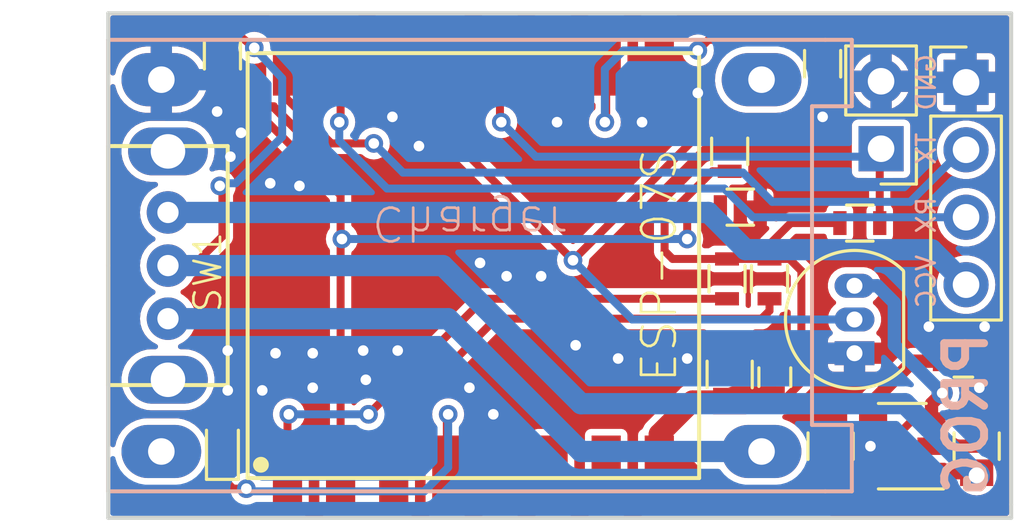
<source format=kicad_pcb>
(kicad_pcb (version 20221018) (generator pcbnew)
  (layers (0 "F.Cu" signal) (31 "B.Cu" signal) (34 "B.Paste" user) (35 "F.Paste" user) (36 "B.SilkS" user "B.Silkscreen") (37 "F.SilkS" user "F.Silkscreen") (38 "B.Mask" user) (39 "F.Mask" user) (44 "Edge.Cuts" user))
  (net 0 "")
  (net 1 "VCC")
  (net 2 "GND")
  (net 3 "Net-(C2-Pad1)")
  (net 4 "+3V3")
  (net 5 "Net-(D1-Pad2)")
  (net 6 "/RES")
  (net 7 "Net-(J2-Pad2)")
  (net 8 "Net-(J2-Pad3)")
  (net 9 "/VCC_PROG")
  (net 10 "Net-(R1-Pad2)")
  (net 11 "/Temp")
  (net 12 "/EN")
  (net 13 "Net-(R6-Pad2)")
  (net 14 "Net-(SW1-Pad3)")
  (net 15 "/PROG")
  (footprint "Capacitors_SMD:C_0805" (layer "F.Cu") (at 155.2 86.8 90)
    (fp_text reference "C1")
    (fp_text value "2.2uf" hide)
    (fp_line (start -0.5 0.85) (end 0.5 0.85) (stroke (width 0.12)) (layer "F.SilkS"))
    (fp_line (start 0.5 -0.85) (end -0.5 -0.85) (stroke (width 0.12)) (layer "F.SilkS"))
    (pad "1" smd rect (at -1 0 90) (size 1 1.25) (layers "F.Cu" "F.Paste" "F.Mask") (net 1 "VCC"))
    (pad "2" smd rect (at 1 0 90) (size 1 1.25) (layers "F.Cu" "F.Paste" "F.Mask") (net 2 "GND"))
  )
  (footprint "Capacitors_SMD:C_0603" (layer "F.Cu") (at 154.7 83.6)
    (fp_text reference "C2" hide)
    (fp_text value "470p" hide)
    (fp_line (start -0.35 -0.6) (end 0.35 -0.6) (stroke (width 0.12)) (layer "F.SilkS"))
    (fp_line (start 0.35 0.6) (end -0.35 0.6) (stroke (width 0.12)) (layer "F.SilkS"))
    (pad "1" smd rect (at -0.75 0) (size 0.8 0.75) (layers "F.Cu" "F.Paste" "F.Mask") (net 3 "Net-(C2-Pad1)"))
    (pad "2" smd rect (at 0.75 0) (size 0.8 0.75) (layers "F.Cu" "F.Paste" "F.Mask") (net 2 "GND"))
  )
  (footprint "Capacitors_SMD:C_0805" (layer "F.Cu") (at 149.7 86.8 90)
    (fp_text reference "C3")
    (fp_text value "2.2uf" hide)
    (fp_line (start -0.5 0.85) (end 0.5 0.85) (stroke (width 0.12)) (layer "F.SilkS"))
    (fp_line (start 0.5 -0.85) (end -0.5 -0.85) (stroke (width 0.12)) (layer "F.SilkS"))
    (pad "1" smd rect (at -1 0 90) (size 1 1.25) (layers "F.Cu" "F.Paste" "F.Mask") (net 4 "+3V3"))
    (pad "2" smd rect (at 1 0 90) (size 1 1.25) (layers "F.Cu" "F.Paste" "F.Mask") (net 2 "GND"))
  )
  (footprint "Capacitors_SMD:C_0603" (layer "F.Cu") (at 147.6 84.2 90)
    (fp_text reference "C4" hide)
    (fp_text value "100n" hide)
    (fp_line (start -0.35 -0.6) (end 0.35 -0.6) (stroke (width 0.12)) (layer "F.SilkS"))
    (fp_line (start 0.35 0.6) (end -0.35 0.6) (stroke (width 0.12)) (layer "F.SilkS"))
    (pad "1" smd rect (at -0.75 0 90) (size 0.8 0.75) (layers "F.Cu" "F.Paste" "F.Mask") (net 4 "+3V3"))
    (pad "2" smd rect (at 0.75 0 90) (size 0.8 0.75) (layers "F.Cu" "F.Paste" "F.Mask") (net 2 "GND"))
  )
  (footprint "Capacitors_SMD:C_0805" (layer "F.Cu") (at 145.9 84.1 90)
    (fp_text reference "C5")
    (fp_text value "10uf" hide)
    (fp_line (start -0.5 0.85) (end 0.5 0.85) (stroke (width 0.12)) (layer "F.SilkS"))
    (fp_line (start 0.5 -0.85) (end -0.5 -0.85) (stroke (width 0.12)) (layer "F.SilkS"))
    (pad "1" smd rect (at -1 0 90) (size 1 1.25) (layers "F.Cu" "F.Paste" "F.Mask") (net 4 "+3V3"))
    (pad "2" smd rect (at 1 0 90) (size 1 1.25) (layers "F.Cu" "F.Paste" "F.Mask") (net 2 "GND"))
  )
  (footprint "Diodes_SMD:D_SOD-523" (layer "F.Cu") (at 126.8 86.9 90)
    (fp_text reference "D1" hide)
    (fp_text value "Schottky" hide)
    (fp_line (start -1.15 -0.6) (end -1.15 0.6) (stroke (width 0.12)) (layer "F.SilkS"))
    (fp_line (start 0.7 -0.6) (end -1.15 -0.6) (stroke (width 0.12)) (layer "F.SilkS"))
    (fp_line (start 0.7 0.6) (end -1.15 0.6) (stroke (width 0.12)) (layer "F.SilkS"))
    (pad "1" smd rect (at -0.7 0 270) (size 0.6 0.7) (layers "F.Cu" "F.Paste" "F.Mask") (net 6 "/RES"))
    (pad "2" smd rect (at 0.7 0 270) (size 0.6 0.7) (layers "F.Cu" "F.Paste" "F.Mask") (net 5 "Net-(D1-Pad2)"))
  )
  (footprint "Pin_Headers:Pin_Header_Straight_1x02_Pitch2.54mm" (layer "F.Cu") (at 151.6 75.6 180)
    (fp_text reference "J1" hide)
    (fp_text value "PROG" (at -3.2 -10 270) (layer "B.SilkS") (effects (font (size 1.5 1.5) (thickness 0.3)) (justify mirror)))
    (fp_line (start -1.33 -1.33) (end 0 -1.33) (stroke (width 0.12)) (layer "F.SilkS"))
    (fp_line (start -1.33 0) (end -1.33 -1.33) (stroke (width 0.12)) (layer "F.SilkS"))
    (fp_line (start -1.33 1.27) (end -1.33 3.87) (stroke (width 0.12)) (layer "F.SilkS"))
    (fp_line (start -1.33 1.27) (end 1.33 1.27) (stroke (width 0.12)) (layer "F.SilkS"))
    (fp_line (start -1.33 3.87) (end 1.33 3.87) (stroke (width 0.12)) (layer "F.SilkS"))
    (fp_line (start 1.33 1.27) (end 1.33 3.87) (stroke (width 0.12)) (layer "F.SilkS"))
    (pad "1" thru_hole rect (at 0 0 180) (size 1.7 1.7) (drill 1) (layers "*.Cu" "*.Mask") (net 15 "/PROG"))
    (pad "2" thru_hole oval (at 0 2.54 180) (size 1.7 1.7) (drill 1) (layers "*.Cu" "*.Mask") (net 2 "GND"))
  )
  (footprint "Pin_Headers:Pin_Header_Straight_1x04_Pitch2.54mm" (layer "F.Cu") (at 154.8 73.1)
    (fp_text reference "J2" hide)
    (fp_text value "PROG_con" hide)
    (fp_line (start -1.33 -1.33) (end 0 -1.33) (stroke (width 0.12)) (layer "F.SilkS"))
    (fp_line (start -1.33 0) (end -1.33 -1.33) (stroke (width 0.12)) (layer "F.SilkS"))
    (fp_line (start -1.33 1.27) (end -1.33 8.95) (stroke (width 0.12)) (layer "F.SilkS"))
    (fp_line (start -1.33 1.27) (end 1.33 1.27) (stroke (width 0.12)) (layer "F.SilkS"))
    (fp_line (start -1.33 8.95) (end 1.33 8.95) (stroke (width 0.12)) (layer "F.SilkS"))
    (fp_line (start 1.33 1.27) (end 1.33 8.95) (stroke (width 0.12)) (layer "F.SilkS"))
    (pad "1" thru_hole rect (at 0 0) (size 1.7 1.7) (drill 1) (layers "*.Cu" "*.Mask") (net 2 "GND"))
    (pad "2" thru_hole oval (at 0 2.54) (size 1.7 1.7) (drill 1) (layers "*.Cu" "*.Mask") (net 7 "Net-(J2-Pad2)"))
    (pad "3" thru_hole oval (at 0 5.08) (size 1.7 1.7) (drill 1) (layers "*.Cu" "*.Mask") (net 8 "Net-(J2-Pad3)"))
    (pad "4" thru_hole oval (at 0 7.62) (size 1.7 1.7) (drill 1) (layers "*.Cu" "*.Mask") (net 9 "/VCC_PROG"))
  )
  (footprint "Resistors_SMD:R_0603" (layer "F.Cu") (at 126.8 72.1 -90)
    (fp_text reference "R1" hide)
    (fp_text value "47K" hide)
    (fp_line (start -0.5 -0.68) (end 0.5 -0.68) (stroke (width 0.12)) (layer "F.SilkS"))
    (fp_line (start 0.5 0.68) (end -0.5 0.68) (stroke (width 0.12)) (layer "F.SilkS"))
    (pad "1" smd rect (at -0.75 0 270) (size 0.5 0.9) (layers "F.Cu" "F.Paste" "F.Mask") (net 1 "VCC"))
    (pad "2" smd rect (at 0.75 0 270) (size 0.5 0.9) (layers "F.Cu" "F.Paste" "F.Mask") (net 10 "Net-(R1-Pad2)"))
  )
  (footprint "Resistors_SMD:R_0603" (layer "F.Cu") (at 145.9 75.7 90)
    (fp_text reference "R2" hide)
    (fp_text value "4.7k" hide)
    (fp_line (start -0.5 -0.68) (end 0.5 -0.68) (stroke (width 0.12)) (layer "F.SilkS"))
    (fp_line (start 0.5 0.68) (end -0.5 0.68) (stroke (width 0.12)) (layer "F.SilkS"))
    (pad "1" smd rect (at -0.75 0 90) (size 0.5 0.9) (layers "F.Cu" "F.Paste" "F.Mask") (net 4 "+3V3"))
    (pad "2" smd rect (at 0.75 0 90) (size 0.5 0.9) (layers "F.Cu" "F.Paste" "F.Mask") (net 11 "/Temp"))
  )
  (footprint "Resistors_SMD:R_0603" (layer "F.Cu") (at 146.3 77.8)
    (fp_text reference "R3" hide)
    (fp_text value "10K" hide)
    (fp_line (start -0.5 -0.68) (end 0.5 -0.68) (stroke (width 0.12)) (layer "F.SilkS"))
    (fp_line (start 0.5 0.68) (end -0.5 0.68) (stroke (width 0.12)) (layer "F.SilkS"))
    (pad "1" smd rect (at -0.75 0) (size 0.5 0.9) (layers "F.Cu" "F.Paste" "F.Mask") (net 10 "Net-(R1-Pad2)"))
    (pad "2" smd rect (at 0.75 0) (size 0.5 0.9) (layers "F.Cu" "F.Paste" "F.Mask") (net 2 "GND"))
  )
  (footprint "Resistors_SMD:R_0603" (layer "F.Cu") (at 147.4 80.5 90)
    (fp_text reference "R4" hide)
    (fp_text value "10K" hide)
    (fp_line (start -0.5 -0.68) (end 0.5 -0.68) (stroke (width 0.12)) (layer "F.SilkS"))
    (fp_line (start 0.5 0.68) (end -0.5 0.68) (stroke (width 0.12)) (layer "F.SilkS"))
    (pad "1" smd rect (at -0.75 0 90) (size 0.5 0.9) (layers "F.Cu" "F.Paste" "F.Mask") (net 12 "/EN"))
    (pad "2" smd rect (at 0.75 0 90) (size 0.5 0.9) (layers "F.Cu" "F.Paste" "F.Mask") (net 4 "+3V3"))
  )
  (footprint "Resistors_SMD:R_0603" (layer "F.Cu") (at 145.8 80.5 -90)
    (fp_text reference "R5" hide)
    (fp_text value "10K" hide)
    (fp_line (start -0.5 -0.68) (end 0.5 -0.68) (stroke (width 0.12)) (layer "F.SilkS"))
    (fp_line (start 0.5 0.68) (end -0.5 0.68) (stroke (width 0.12)) (layer "F.SilkS"))
    (pad "1" smd rect (at -0.75 0 270) (size 0.5 0.9) (layers "F.Cu" "F.Paste" "F.Mask") (net 4 "+3V3"))
    (pad "2" smd rect (at 0.75 0 270) (size 0.5 0.9) (layers "F.Cu" "F.Paste" "F.Mask") (net 5 "Net-(D1-Pad2)"))
  )
  (footprint "Resistors_SMD:R_0603" (layer "F.Cu") (at 149.4 72.4 90)
    (fp_text reference "R6" hide)
    (fp_text value "10K" hide)
    (fp_line (start -0.5 -0.68) (end 0.5 -0.68) (stroke (width 0.12)) (layer "F.SilkS"))
    (fp_line (start 0.5 0.68) (end -0.5 0.68) (stroke (width 0.12)) (layer "F.SilkS"))
    (pad "1" smd rect (at -0.75 0 90) (size 0.5 0.9) (layers "F.Cu" "F.Paste" "F.Mask") (net 2 "GND"))
    (pad "2" smd rect (at 0.75 0 90) (size 0.5 0.9) (layers "F.Cu" "F.Paste" "F.Mask") (net 13 "Net-(R6-Pad2)"))
  )
  (footprint "KiCadCustomLibs:SK12D07VG3" (layer "F.Cu") (at 124.75 80 -90)
    (fp_text reference "SW1" (at 0.25 -1.5 270) (layer "F.SilkS") (effects (font (thickness 0.1016))))
    (fp_text value "SW_SPDT" hide)
    (fp_line (start -4.5 -2.25) (end -4.5 2) (stroke (width 0.15)) (layer "F.SilkS"))
    (fp_line (start -4.5 2) (end -4.5 2.25) (stroke (width 0.15)) (layer "F.SilkS"))
    (fp_line (start -4.5 2.25) (end 0 2.25) (stroke (width 0.15)) (layer "F.SilkS"))
    (fp_line (start 0 2.25) (end 4.5 2.25) (stroke (width 0.15)) (layer "F.SilkS"))
    (fp_line (start 4.5 -2.25) (end -4.5 -2.25) (stroke (width 0.15)) (layer "F.SilkS"))
    (fp_line (start 4.5 2.25) (end 4.5 -2.25) (stroke (width 0.15)) (layer "F.SilkS"))
    (pad "" thru_hole oval (at -4.3 0 270) (size 1.8 3) (drill 1.3) (layers "*.Cu" "*.Mask"))
    (pad "" thru_hole oval (at 4.3 0 270) (size 1.8 3) (drill 1.3) (layers "*.Cu" "*.Mask"))
    (pad "1" thru_hole circle (at -2 0 270) (size 1.6 1.6) (drill 0.8) (layers "*.Cu" "*.Mask") (net 9 "/VCC_PROG"))
    (pad "2" thru_hole circle (at 0 0 270) (size 1.6 1.6) (drill 0.8) (layers "*.Cu" "*.Mask") (net 1 "VCC"))
    (pad "3" thru_hole circle (at 2 0 270) (size 1.6 1.6) (drill 0.8) (layers "*.Cu" "*.Mask") (net 14 "Net-(SW1-Pad3)"))
  )
  (footprint "TO_SOT_Packages_SMD:SOT-23-5" (layer "F.Cu") (at 152.4 86.8 180)
    (fp_text reference "U1" hide)
    (fp_text value "MIC5219-3.3" hide)
    (fp_line (start -0.9 1.61) (end 0.9 1.61) (stroke (width 0.12)) (layer "F.SilkS"))
    (fp_line (start 0.9 -1.61) (end -1.55 -1.61) (stroke (width 0.12)) (layer "F.SilkS"))
    (pad "1" smd rect (at -1.1 -0.95 180) (size 1.06 0.65) (layers "F.Cu" "F.Paste" "F.Mask") (net 1 "VCC"))
    (pad "2" smd rect (at -1.1 0 180) (size 1.06 0.65) (layers "F.Cu" "F.Paste" "F.Mask") (net 2 "GND"))
    (pad "3" smd rect (at -1.1 0.95 180) (size 1.06 0.65) (layers "F.Cu" "F.Paste" "F.Mask") (net 1 "VCC"))
    (pad "4" smd rect (at 1.1 0.95 180) (size 1.06 0.65) (layers "F.Cu" "F.Paste" "F.Mask") (net 3 "Net-(C2-Pad1)"))
    (pad "5" smd rect (at 1.1 -0.95 180) (size 1.06 0.65) (layers "F.Cu" "F.Paste" "F.Mask") (net 4 "+3V3"))
  )
  (footprint "TO_SOT_Packages_THT:TO-92_Inline_Narrow_Oval" (layer "F.Cu") (at 150.6 83.3 90)
    (fp_text reference "U4" hide)
    (fp_text value "DS18B20" hide)
    (fp_line (start -0.53 1.85) (end 3.07 1.85) (stroke (width 0.12)) (layer "F.SilkS"))
    (fp_arc (start -0.568478 1.838478) (mid -1.132087 -0.994977) (end 1.27 -2.6) (stroke (width 0.12)) (layer "F.SilkS"))
    (fp_arc (start 1.27 -2.6) (mid 3.672087 -0.994977) (end 3.108478 1.838478) (stroke (width 0.12)) (layer "F.SilkS"))
    (pad "1" thru_hole rect (at 0 0 270) (size 0.9 1.5) (drill 0.6) (layers "*.Cu" "*.Mask") (net 2 "GND"))
    (pad "2" thru_hole oval (at 1.27 0 270) (size 0.9 1.5) (drill 0.6) (layers "*.Cu" "*.Mask") (net 11 "/Temp"))
    (pad "3" thru_hole oval (at 2.54 0 270) (size 0.9 1.5) (drill 0.6) (layers "*.Cu" "*.Mask") (net 1 "VCC"))
  )
  (footprint "KiCadCustomLibs:ESP-07S" (layer "F.Cu") (at 136.25 80 90)
    (fp_text reference "U6" hide)
    (fp_text value "ESP-07S" (at 0 7 90) (layer "F.SilkS") (effects (font (size 1.27 1.27) (thickness 0.1016))))
    (fp_line (start -8 -8.5) (end 8 -8.5) (stroke (width 0.15)) (layer "F.SilkS"))
    (fp_line (start -8 8.5) (end -8 -8.5) (stroke (width 0.15)) (layer "F.SilkS"))
    (fp_line (start 8 -8.5) (end 8 8.5) (stroke (width 0.15)) (layer "F.SilkS"))
    (fp_line (start 8 8.5) (end -8 8.5) (stroke (width 0.15)) (layer "F.SilkS"))
    (fp_circle (center -7.6 -8) (end -7.5 -8) (stroke (width 0.15)) (fill none) (layer "F.SilkS"))
    (fp_circle (center -7.5 -8) (end -7.4 -8) (stroke (width 0.15)) (fill none) (layer "F.SilkS"))
    (fp_circle (center -7.5 -8) (end -7.3 -8.1) (stroke (width 0.15)) (fill none) (layer "F.SilkS"))
    (pad "1" smd rect (at -7.7 -7 90) (size 2.6 1.1) (layers "F.Cu" "F.Paste" "F.Mask") (net 5 "Net-(D1-Pad2)"))
    (pad "2" smd rect (at -7.7 -5 90) (size 2.6 1.1) (layers "F.Cu" "F.Paste" "F.Mask") (net 10 "Net-(R1-Pad2)"))
    (pad "3" smd rect (at -7.7 -3 90) (size 2.6 1.1) (layers "F.Cu" "F.Paste" "F.Mask") (net 12 "/EN"))
    (pad "4" smd rect (at -7.7 -1 90) (size 2.6 1.1) (layers "F.Cu" "F.Paste" "F.Mask") (net 6 "/RES"))
    (pad "5" smd rect (at -7.7 1 90) (size 2.6 1.1) (layers "F.Cu" "F.Paste" "F.Mask"))
    (pad "6" smd rect (at -7.7 3 90) (size 2.6 1.1) (layers "F.Cu" "F.Paste" "F.Mask"))
    (pad "7" smd rect (at -7.7 5 90) (size 2.6 1.1) (layers "F.Cu" "F.Paste" "F.Mask"))
    (pad "8" smd rect (at -7.7 7 90) (size 2.6 1.1) (layers "F.Cu" "F.Paste" "F.Mask") (net 4 "+3V3"))
    (pad "9" smd rect (at 7.7 7 90) (size 2.6 1.1) (layers "F.Cu" "F.Paste" "F.Mask") (net 2 "GND"))
    (pad "10" smd rect (at 7.7 5 90) (size 2.6 1.1) (layers "F.Cu" "F.Paste" "F.Mask") (net 13 "Net-(R6-Pad2)"))
    (pad "11" smd rect (at 7.7 3 90) (size 2.6 1.1) (layers "F.Cu" "F.Paste" "F.Mask"))
    (pad "12" smd rect (at 7.7 1 90) (size 2.6 1.1) (layers "F.Cu" "F.Paste" "F.Mask") (net 15 "/PROG"))
    (pad "13" smd rect (at 7.7 -1 90) (size 2.6 1.1) (layers "F.Cu" "F.Paste" "F.Mask"))
    (pad "14" smd rect (at 7.7 -3 90) (size 2.6 1.1) (layers "F.Cu" "F.Paste" "F.Mask") (net 11 "/Temp"))
    (pad "15" smd rect (at 7.7 -5 90) (size 2.6 1.1) (layers "F.Cu" "F.Paste" "F.Mask") (net 8 "Net-(J2-Pad3)"))
    (pad "16" smd rect (at 7.7 -7 90) (size 2.6 1.1) (layers "F.Cu" "F.Paste" "F.Mask") (net 7 "Net-(J2-Pad2)"))
  )
  (footprint "Resistors_SMD:R_0603" (layer "F.Cu") (at 150.8 78.4 180)
    (fp_text reference "R7" hide)
    (fp_text value "10K" hide)
    (fp_line (start -0.5 -0.68) (end 0.5 -0.68) (stroke (width 0.12)) (layer "F.SilkS"))
    (fp_line (start 0.5 0.68) (end -0.5 0.68) (stroke (width 0.12)) (layer "F.SilkS"))
    (pad "1" smd rect (at -0.75 0 180) (size 0.5 0.9) (layers "F.Cu" "F.Paste" "F.Mask") (net 15 "/PROG"))
    (pad "2" smd rect (at 0.75 0 180) (size 0.5 0.9) (layers "F.Cu" "F.Paste" "F.Mask") (net 4 "+3V3"))
  )
  (footprint "KiCadCustomLibs:TP4056-shield-6PIN" (layer "B.Cu") (at 136 80)
    (fp_text reference "U3" hide)
    (fp_text value "TP4056-shield-6PIN" hide)
    (fp_line (start -13.5 -8.5) (end -13.5 8.5) (stroke (width 0.15)) (layer "B.SilkS"))
    (fp_line (start -13.5 8.5) (end 13.5 8.5) (stroke (width 0.15)) (layer "B.SilkS"))
    (fp_line (start 13 -6) (end 14.5 -6) (stroke (width 0.15)) (layer "B.SilkS"))
    (fp_line (start 13 6) (end 13 -6) (stroke (width 0.15)) (layer "B.SilkS"))
    (fp_line (start 13 6) (end 14.5 6) (stroke (width 0.15)) (layer "B.SilkS"))
    (fp_line (start 13.5 -8.5) (end -13.5 -8.5) (stroke (width 0.15)) (layer "B.SilkS"))
    (fp_line (start 14.5 -8.5) (end 13.5 -8.5) (stroke (width 0.15)) (layer "B.SilkS"))
    (fp_line (start 14.5 -6) (end 14.5 -8.5) (stroke (width 0.15)) (layer "B.SilkS"))
    (fp_line (start 14.5 6) (end 14.5 8.5) (stroke (width 0.15)) (layer "B.SilkS"))
    (fp_line (start 14.5 8.5) (end 13.5 8.5) (stroke (width 0.15)) (layer "B.SilkS"))
    (pad "1" thru_hole oval (at -11.5 7) (size 3 2) (drill 1) (layers "*.Cu" "*.Mask"))
    (pad "2" thru_hole oval (at -11.5 -7) (size 3 2) (drill 1) (layers "*.Cu" "*.Mask") (net 2 "GND"))
    (pad "3" thru_hole oval (at 11.1 7) (size 3 2) (drill 1) (layers "*.Cu" "*.Mask") (net 14 "Net-(SW1-Pad3)"))
    (pad "4" thru_hole oval (at 11.1 -7) (size 3 2) (drill 1) (layers "*.Cu" "*.Mask"))
  )
  (gr_line (start 156.5 89) (end 156.5 89.5) (stroke (width 0.15)) (layer "Edge.Cuts"))
  (gr_line (start 156.5 89.5) (end 122.5 89.5) (stroke (width 0.15)) (layer "Edge.Cuts"))
  (gr_line (start 122.5 89.5) (end 122.5 70.5) (stroke (width 0.15)) (layer "Edge.Cuts"))
  (gr_line (start 122.5 70.5) (end 156.5 70.5) (stroke (width 0.15)) (layer "Edge.Cuts"))
  (gr_line (start 156.5 70.5) (end 156.5 89) (stroke (width 0.15)) (layer "Edge.Cuts"))
  (gr_text "VCC" (at 153.3 80.6 90) (layer "B.SilkS") (effects (font (size 0.7 0.7) (thickness 0.1)) (justify mirror)))
  (gr_text "GND" (at 153.3 73.1 90) (layer "B.SilkS") (effects (font (size 0.7 0.7) (thickness 0.1)) (justify mirror)))
  (gr_text "TX" (at 153.3 75.6 90) (layer "B.SilkS") (effects (font (size 0.7 0.7) (thickness 0.1)) (justify mirror)))
  (gr_text "RX" (at 153.3 78.1 90) (layer "B.SilkS") (effects (font (size 0.7 0.7) (thickness 0.1)) (justify mirror)))
  (gr_text "Charger" (at 136.1 78.4 180) (layer "B.SilkS") (effects (font (size 1.27 1.27) (thickness 0.1016)) (justify mirror)))
  (segment (start 155.2 87.9) (end 155.05 87.75) (width 0.6) (layer "F.Cu") (net 1))
  (segment (start 155.05 87.75) (end 153.5 87.75) (width 0.6) (layer "F.Cu") (net 1))
  (segment (start 152.65 87.75) (end 152.4 87.5) (width 0.3) (layer "F.Cu") (net 1))
  (segment (start 152.4 87.5) (end 152.4 86.2) (width 0.3) (layer "F.Cu") (net 1))
  (segment (start 152.4 86.2) (end 152.75 85.85) (width 0.3) (layer "F.Cu") (net 1))
  (segment (start 152.75 85.85) (end 153.5 85.85) (width 0.3) (layer "F.Cu") (net 1))
  (segment (start 153.5 85.2) (end 153.9 84.8) (width 0.5) (layer "F.Cu") (net 1))
  (segment (start 125.7 80) (end 126.8 78.9) (width 0.3) (layer "F.Cu") (net 1))
  (segment (start 126.8 78.9) (end 126.8 77.1) (width 0.3) (layer "F.Cu") (net 1))
  (segment (start 126.8 77.1) (end 126.7 77) (width 0.3) (layer "F.Cu") (net 1))
  (segment (start 128 71.8) (end 127.45 71.35) (width 0.3) (layer "F.Cu") (net 1))
  (segment (start 127.45 71.35) (end 126.8 71.35) (width 0.3) (layer "F.Cu") (net 1))
  (segment (start 153.5 87.75) (end 152.65 87.75) (width 0.3) (layer "F.Cu") (net 1))
  (segment (start 153.5 85.85) (end 153.5 85.2) (width 0.5) (layer "F.Cu") (net 1))
  (segment (start 124.75 80) (end 125.7 80) (width 0.3) (layer "F.Cu") (net 1))
  (via (at 126.7 77) (size 0.7) (drill 0.4) (layers "F.Cu" "B.Cu") (net 1))
  (via (at 128 71.8) (size 0.7) (drill 0.4) (layers "F.Cu" "B.Cu") (net 1))
  (via (at 155.2 87.9) (size 1) (drill 0.6) (layers "F.Cu" "B.Cu") (net 1))
  (via (at 153.9 84.8) (size 0.8) (drill 0.4) (layers "F.Cu" "B.Cu") (net 1))
  (segment (start 135.1 80) (end 140.3 85.2) (width 0.8) (layer "B.Cu") (net 1))
  (segment (start 140.3 85.2) (end 152.5 85.2) (width 0.8) (layer "B.Cu") (net 1))
  (segment (start 152.5 85.2) (end 155.2 87.9) (width 0.8) (layer "B.Cu") (net 1))
  (segment (start 153.9 84.8) (end 152.1 83) (width 0.5) (layer "B.Cu") (net 1))
  (segment (start 152.1 83) (end 152.1 81.4) (width 0.5) (layer "B.Cu") (net 1))
  (segment (start 152.1 81.4) (end 151.46 80.76) (width 0.5) (layer "B.Cu") (net 1))
  (segment (start 151.46 80.76) (end 150.6 80.76) (width 0.5) (layer "B.Cu") (net 1))
  (segment (start 126.7 77) (end 126.8 76.9) (width 0.3) (layer "B.Cu") (net 1))
  (segment (start 126.8 76.9) (end 127.3 76.9) (width 0.3) (layer "B.Cu") (net 1))
  (segment (start 127.3 76.9) (end 129.05 75.15) (width 0.3) (layer "B.Cu") (net 1))
  (segment (start 129.05 72.95) (end 128 71.8) (width 0.3) (layer "B.Cu") (net 1))
  (segment (start 124.75 80) (end 135.1 80) (width 0.8) (layer "B.Cu") (net 1))
  (segment (start 129.05 75.15) (end 129.05 72.95) (width 0.3) (layer "B.Cu") (net 1))
  (segment (start 144.7 83.1) (end 144.3 83.5) (width 0.3) (layer "F.Cu") (net 2))
  (segment (start 141.7 83.5) (end 141.2 83) (width 0.3) (layer "F.Cu") (net 2))
  (segment (start 141.2 83) (end 140.1 83) (width 0.3) (layer "F.Cu") (net 2))
  (segment (start 138.8 80.4) (end 137.5 80.4) (width 0.3) (layer "F.Cu") (net 2))
  (segment (start 143.25 73.95) (end 143.5 74.2) (width 0.3) (layer "F.Cu") (net 2))
  (segment (start 143.5 74.2) (end 144 74.2) (width 0.3) (layer "F.Cu") (net 2))
  (segment (start 144 74.2) (end 144.7 73.5) (width 0.3) (layer "F.Cu") (net 2))
  (segment (start 142.6 74.6) (end 141.4 75.8) (width 0.3) (layer "F.Cu") (net 2))
  (segment (start 141.4 75.8) (end 140.6 75.8) (width 0.3) (layer "F.Cu") (net 2))
  (segment (start 140.6 75.8) (end 139.4 74.6) (width 0.3) (layer "F.Cu") (net 2))
  (segment (start 133.2 74.4) (end 134.2 75.4) (width 0.3) (layer "F.Cu") (net 2))
  (segment (start 134.2 75.4) (end 134.2 75.5) (width 0.3) (layer "F.Cu") (net 2))
  (segment (start 126.6 74.2) (end 127.4 75) (width 0.3) (layer "F.Cu") (net 2))
  (segment (start 127.4 75) (end 127.5 75) (width 0.3) (layer "F.Cu") (net 2))
  (segment (start 127.1 75.9) (end 128.1 76.9) (width 0.3) (layer "F.Cu") (net 2))
  (segment (start 128.1 76.9) (end 128.6 76.9) (width 0.3) (layer "F.Cu") (net 2))
  (segment (start 129.7 82.8) (end 130.2 83.3) (width 0.3) (layer "F.Cu") (net 2))
  (segment (start 128.8 83.3) (end 128.7 83.2) (width 0.3) (layer "F.Cu") (net 2))
  (segment (start 128.7 83.2) (end 127 83.2) (width 0.3) (layer "F.Cu") (net 2))
  (segment (start 127 84.7) (end 128.3 84.7) (width 0.3) (layer "F.Cu") (net 2))
  (segment (start 136.5 79.9) (end 133.4 83) (width 0.3) (layer "F.Cu") (net 2))
  (segment (start 133.4 83) (end 133.4 83.2) (width 0.3) (layer "F.Cu") (net 2))
  (segment (start 132.1 83.2) (end 132.2 83.3) (width 0.3) (layer "F.Cu") (net 2))
  (segment (start 132.2 83.3) (end 132.2 84.3) (width 0.3) (layer "F.Cu") (net 2))
  (segment (start 136.1 84.6) (end 137 85.5) (width 0.3) (layer "F.Cu") (net 2))
  (segment (start 137 85.5) (end 137 85.6) (width 0.3) (layer "F.Cu") (net 2))
  (segment (start 155.45 84.45) (end 155.3 84.6) (width 0.3) (layer "F.Cu") (net 2))
  (segment (start 151.7 83.3) (end 152.7 82.3) (width 0.3) (layer "F.Cu") (net 2))
  (segment (start 152.7 82.3) (end 153.4 82.3) (width 0.3) (layer "F.Cu") (net 2))
  (segment (start 149.7 86.7) (end 150 86.7) (width 0.3) (layer "F.Cu") (net 2))
  (segment (start 150 86.7) (end 150.1 86.8) (width 0.3) (layer "F.Cu") (net 2))
  (segment (start 150.1 86.8) (end 151.2 86.8) (width 0.3) (layer "F.Cu") (net 2))
  (segment (start 145.9 83.1) (end 144.7 83.1) (width 0.3) (layer "F.Cu") (net 2))
  (segment (start 155.45 83.6) (end 155.45 84.45) (width 0.3) (layer "F.Cu") (net 2))
  (segment (start 150.6 83.3) (end 151.7 83.3) (width 0.3) (layer "F.Cu") (net 2))
  (segment (start 149.4 73.15) (end 149.4 74.4) (width 0.3) (layer "F.Cu") (net 2))
  (segment (start 149.7 85.8) (end 149.7 86.7) (width 0.3) (layer "F.Cu") (net 2))
  (segment (start 143.25 72.3) (end 143.25 73.95) (width 0.3) (layer "F.Cu") (net 2))
  (segment (start 129.7 77) (end 129.7 82.8) (width 0.3) (layer "F.Cu") (net 2))
  (via (at 128.6 76.9) (size 0.7) (drill 0.4) (layers "F.Cu" "B.Cu") (net 2))
  (via (at 155.5 82.3) (size 0.7) (drill 0.4) (layers "F.Cu" "B.Cu") (net 2))
  (via (at 153.4 82.3) (size 0.7) (drill 0.4) (layers "F.Cu" "B.Cu") (net 2))
  (via (at 133.4 83.2) (size 0.7) (drill 0.4) (layers "F.Cu" "B.Cu") (net 2))
  (via (at 132.1 83.2) (size 0.7) (drill 0.4) (layers "F.Cu" "B.Cu") (net 2))
  (via (at 141.7 83.5) (size 0.7) (drill 0.4) (layers "F.Cu" "B.Cu") (net 2))
  (via (at 127 84.7) (size 0.7) (drill 0.4) (layers "F.Cu" "B.Cu") (net 2))
  (via (at 134.2 75.5) (size 0.7) (drill 0.4) (layers "F.Cu" "B.Cu") (net 2))
  (via (at 128.8 83.3) (size 0.7) (drill 0.4) (layers "F.Cu" "B.Cu") (net 2))
  (via (at 137 85.6) (size 0.7) (drill 0.4) (layers "F.Cu" "B.Cu") (net 2))
  (via (at 137.5 80.4) (size 0.7) (drill 0.4) (layers "F.Cu" "B.Cu") (net 2))
  (via (at 127 83.2) (size 0.7) (drill 0.4) (layers "F.Cu" "B.Cu") (net 2))
  (via (at 132.2 84.3) (size 0.7) (drill 0.4) (layers "F.Cu" "B.Cu") (net 2))
  (via (at 138.8 80.4) (size 0.7) (drill 0.4) (layers "F.Cu" "B.Cu") (net 2))
  (via (at 151.2 86.8) (size 0.7) (drill 0.4) (layers "F.Cu" "B.Cu") (net 2))
  (via (at 144.7 73.5) (size 0.7) (drill 0.4) (layers "F.Cu" "B.Cu") (net 2))
  (via (at 127.1 75.9) (size 0.7) (drill 0.4) (layers "F.Cu" "B.Cu") (net 2))
  (via (at 130.2 84.6) (size 0.7) (drill 0.4) (layers "F.Cu" "B.Cu") (net 2))
  (via (at 139.4 74.6) (size 0.7) (drill 0.4) (layers "F.Cu" "B.Cu") (net 2))
  (via (at 133.2 74.4) (size 0.7) (drill 0.4) (layers "F.Cu" "B.Cu") (net 2))
  (via (at 126.6 74.2) (size 0.7) (drill 0.4) (layers "F.Cu" "B.Cu") (net 2))
  (via (at 142.6 74.6) (size 0.7) (drill 0.4) (layers "F.Cu" "B.Cu") (net 2))
  (via (at 144.3 83.5) (size 0.7) (drill 0.4) (layers "F.Cu" "B.Cu") (net 2))
  (via (at 127.5 75) (size 0.7) (drill 0.4) (layers "F.Cu" "B.Cu") (net 2))
  (via (at 128.3 84.7) (size 0.7) (drill 0.4) (layers "F.Cu" "B.Cu") (net 2))
  (via (at 129.7 77) (size 0.7) (drill 0.4) (layers "F.Cu" "B.Cu") (net 2))
  (via (at 136.1 84.6) (size 0.7) (drill 0.4) (layers "F.Cu" "B.Cu") (net 2))
  (via (at 130.2 83.3) (size 0.7) (drill 0.4) (layers "F.Cu" "B.Cu") (net 2))
  (via (at 140.1 83) (size 0.7) (drill 0.4) (layers "F.Cu" "B.Cu") (net 2))
  (via (at 149.4 74.4) (size 0.7) (drill 0.4) (layers "F.Cu" "B.Cu") (net 2))
  (via (at 136.5 79.9) (size 0.7) (drill 0.4) (layers "F.Cu" "B.Cu") (net 2))
  (via (at 155.3 84.6) (size 0.7) (drill 0.4) (layers "F.Cu" "B.Cu") (net 2))
  (segment (start 144.3 83.5) (end 141.7 83.5) (width 0.3) (layer "B.Cu") (net 2))
  (segment (start 140.1 81.7) (end 138.8 80.4) (width 0.3) (layer "B.Cu") (net 2))
  (segment (start 144.7 73.5) (end 143.6 74.6) (width 0.3) (layer "B.Cu") (net 2))
  (segment (start 143.6 74.6) (end 142.6 74.6) (width 0.3) (layer "B.Cu") (net 2))
  (segment (start 139.4 74.5) (end 138 73.1) (width 0.3) (layer "B.Cu") (net 2))
  (segment (start 138 73.1) (end 134.5 73.1) (width 0.3) (layer "B.Cu") (net 2))
  (segment (start 134.5 73.1) (end 133.2 74.4) (width 0.3) (layer "B.Cu") (net 2))
  (segment (start 124.5 74.2) (end 124.7 74.4) (width 0.3) (layer "B.Cu") (net 2))
  (segment (start 124.7 74.4) (end 126.4 74.4) (width 0.3) (layer "B.Cu") (net 2))
  (segment (start 126.4 74.4) (end 126.6 74.2) (width 0.3) (layer "B.Cu") (net 2))
  (segment (start 127.5 75) (end 127.1 75.4) (width 0.3) (layer "B.Cu") (net 2))
  (segment (start 127.1 75.4) (end 127.1 75.9) (width 0.3) (layer "B.Cu") (net 2))
  (segment (start 128.6 76.9) (end 128.7 77) (width 0.3) (layer "B.Cu") (net 2))
  (segment (start 128.7 77) (end 129.7 77) (width 0.3) (layer "B.Cu") (net 2))
  (segment (start 130.2 83.3) (end 128.8 83.3) (width 0.3) (layer "B.Cu") (net 2))
  (segment (start 127 83.2) (end 127 84.7) (width 0.3) (layer "B.Cu") (net 2))
  (segment (start 128.3 84.7) (end 128.4 84.6) (width 0.3) (layer "B.Cu") (net 2))
  (segment (start 128.4 84.6) (end 130.2 84.6) (width 0.3) (layer "B.Cu") (net 2))
  (segment (start 137 80.4) (end 136.5 79.9) (width 0.3) (layer "B.Cu") (net 2))
  (segment (start 133.4 83.2) (end 132.1 83.2) (width 0.3) (layer "B.Cu") (net 2))
  (segment (start 135.8 84.3) (end 136.1 84.6) (width 0.3) (layer "B.Cu") (net 2))
  (segment (start 153.4 82.3) (end 155.5 82.3) (width 0.3) (layer "B.Cu") (net 2))
  (segment (start 139.4 74.6) (end 139.4 74.5) (width 0.3) (layer "B.Cu") (net 2))
  (segment (start 132.2 84.3) (end 135.8 84.3) (width 0.3) (layer "B.Cu") (net 2))
  (segment (start 137.5 80.4) (end 137 80.4) (width 0.3) (layer "B.Cu") (net 2))
  (segment (start 124.5 73) (end 124.5 74.2) (width 0.3) (layer "B.Cu") (net 2))
  (segment (start 140.1 83) (end 140.1 81.7) (width 0.3) (layer "B.Cu") (net 2))
  (segment (start 151.3 85.1) (end 152.8 83.6) (width 0.5) (layer "F.Cu") (net 3))
  (segment (start 152.8 83.6) (end 153.95 83.6) (width 0.5) (layer "F.Cu") (net 3))
  (segment (start 151.3 85.85) (end 151.3 85.1) (width 0.5) (layer "F.Cu") (net 3))
  (segment (start 149.75 87.75) (end 149.7 87.8) (width 0.6) (layer "F.Cu") (net 4))
  (segment (start 143.25 86.35) (end 144.5 85.1) (width 0.8) (layer "F.Cu") (net 4))
  (segment (start 144.5 85.1) (end 145.9 85.1) (width 0.8) (layer "F.Cu") (net 4))
  (segment (start 146.05 84.95) (end 145.9 85.1) (width 0.6) (layer "F.Cu") (net 4))
  (segment (start 148.15 79.75) (end 148.6 80.2) (width 0.3) (layer "F.Cu") (net 4))
  (segment (start 148.6 80.2) (end 148.6 84.4) (width 0.3) (layer "F.Cu") (net 4))
  (segment (start 148.6 84.4) (end 148.05 84.95) (width 0.3) (layer "F.Cu") (net 4))
  (segment (start 148.05 84.95) (end 147.6 84.95) (width 0.3) (layer "F.Cu") (net 4))
  (segment (start 143.75 79.75) (end 143.45 79.45) (width 0.3) (layer "F.Cu") (net 4))
  (segment (start 143.45 79.45) (end 143.45 78.25) (width 0.3) (layer "F.Cu") (net 4))
  (segment (start 143.45 78.25) (end 145.25 76.45) (width 0.3) (layer "F.Cu") (net 4))
  (segment (start 145.25 76.45) (end 145.9 76.45) (width 0.3) (layer "F.Cu") (net 4))
  (segment (start 148.2 78.4) (end 147.4 79.2) (width 0.3) (layer "F.Cu") (net 4))
  (segment (start 147.4 79.2) (end 147.4 79.75) (width 0.3) (layer "F.Cu") (net 4))
  (segment (start 149.7 88.3) (end 149.3 88.7) (width 0.8) (layer "F.Cu") (net 4))
  (segment (start 149.3 88.7) (end 145.3 88.7) (width 0.8) (layer "F.Cu") (net 4))
  (segment (start 145.3 88.7) (end 144.3 87.7) (width 0.8) (layer "F.Cu") (net 4))
  (segment (start 144.3 87.7) (end 143.25 87.7) (width 0.8) (layer "F.Cu") (net 4))
  (segment (start 143.25 87.7) (end 143.25 86.35) (width 0.8) (layer "F.Cu") (net 4))
  (segment (start 145.8 79.75) (end 147.4 79.75) (width 0.3) (layer "F.Cu") (net 4))
  (segment (start 151.3 87.75) (end 149.75 87.75) (width 0.6) (layer "F.Cu") (net 4))
  (segment (start 147.6 84.95) (end 146.05 84.95) (width 0.8) (layer "F.Cu") (net 4))
  (segment (start 149.7 87.8) (end 149.7 88.3) (width 0.8) (layer "F.Cu") (net 4))
  (segment (start 147.4 79.75) (end 148.15 79.75) (width 0.3) (layer "F.Cu") (net 4))
  (segment (start 150.05 78.4) (end 148.2 78.4) (width 0.3) (layer "F.Cu") (net 4))
  (segment (start 145.8 79.75) (end 143.75 79.75) (width 0.3) (layer "F.Cu") (net 4))
  (segment (start 127.1 86.2) (end 128.6 87.7) (width 0.3) (layer "F.Cu") (net 5))
  (segment (start 128.6 87.7) (end 129.25 87.7) (width 0.3) (layer "F.Cu") (net 5))
  (segment (start 136.65 81.25) (end 132.3 85.6) (width 0.3) (layer "F.Cu") (net 5))
  (segment (start 129.3 85.6) (end 129.25 85.65) (width 0.3) (layer "F.Cu") (net 5))
  (segment (start 129.25 85.65) (end 129.25 87.7) (width 0.3) (layer "F.Cu") (net 5))
  (segment (start 145.8 81.25) (end 136.65 81.25) (width 0.3) (layer "F.Cu") (net 5))
  (segment (start 126.8 86.2) (end 127.1 86.2) (width 0.3) (layer "F.Cu") (net 5))
  (via (at 129.3 85.6) (size 0.7) (drill 0.4) (layers "F.Cu" "B.Cu") (net 5))
  (via (at 132.3 85.6) (size 0.7) (drill 0.4) (layers "F.Cu" "B.Cu") (net 5))
  (segment (start 132.3 85.6) (end 129.3 85.6) (width 0.3) (layer "B.Cu") (net 5))
  (segment (start 126.8 88) (end 127.2 88.4) (width 0.3) (layer "F.Cu") (net 6))
  (segment (start 127.2 88.4) (end 127.7 88.4) (width 0.3) (layer "F.Cu") (net 6))
  (segment (start 135.3 85.6) (end 135.25 85.65) (width 0.3) (layer "F.Cu") (net 6))
  (segment (start 135.25 85.65) (end 135.25 87.7) (width 0.3) (layer "F.Cu") (net 6))
  (segment (start 126.8 87.6) (end 126.8 88) (width 0.3) (layer "F.Cu") (net 6))
  (via (at 127.7 88.4) (size 0.7) (drill 0.4) (layers "F.Cu" "B.Cu") (net 6))
  (via (at 135.3 85.6) (size 0.7) (drill 0.4) (layers "F.Cu" "B.Cu") (net 6))
  (segment (start 127.7 88.4) (end 127.8 88.5) (width 0.3) (layer "B.Cu") (net 6))
  (segment (start 127.8 88.5) (end 134.4 88.5) (width 0.3) (layer "B.Cu") (net 6))
  (segment (start 134.4 88.5) (end 135.3 87.6) (width 0.3) (layer "B.Cu") (net 6))
  (segment (start 135.3 87.6) (end 135.3 85.6) (width 0.3) (layer "B.Cu") (net 6))
  (segment (start 132.5 75.4) (end 130.9 75.4) (width 0.3) (layer "F.Cu") (net 7))
  (segment (start 130.9 75.4) (end 129.2 73.7) (width 0.3) (layer "F.Cu") (net 7))
  (segment (start 129.2 73.7) (end 129.2 72.35) (width 0.3) (layer "F.Cu") (net 7))
  (segment (start 129.2 72.35) (end 129.25 72.3) (width 0.3) (layer "F.Cu") (net 7))
  (via (at 132.5 75.4) (size 0.7) (drill 0.4) (layers "F.Cu" "B.Cu") (net 7))
  (segment (start 154.66 75.64) (end 152.7 77.6) (width 0.3) (layer "B.Cu") (net 7))
  (segment (start 152.7 77.6) (end 147.5 77.6) (width 0.3) (layer "B.Cu") (net 7))
  (segment (start 147.5 77.6) (end 146.4 76.5) (width 0.3) (layer "B.Cu") (net 7))
  (segment (start 146.4 76.5) (end 133.6 76.5) (width 0.3) (layer "B.Cu") (net 7))
  (segment (start 133.6 76.5) (end 132.5 75.4) (width 0.3) (layer "B.Cu") (net 7))
  (segment (start 154.8 75.64) (end 154.66 75.64) (width 0.3) (layer "B.Cu") (net 7))
  (segment (start 131.2 74.6) (end 131.25 74.55) (width 0.3) (layer "F.Cu") (net 8))
  (segment (start 131.25 74.55) (end 131.25 72.3) (width 0.3) (layer "F.Cu") (net 8))
  (via (at 131.2 74.6) (size 0.7) (drill 0.4) (layers "F.Cu" "B.Cu") (net 8))
  (segment (start 146.78 78.18) (end 145.7 77.1) (width 0.3) (layer "B.Cu") (net 8))
  (segment (start 145.7 77.1) (end 133 77.1) (width 0.3) (layer "B.Cu") (net 8))
  (segment (start 133 77.1) (end 131.2 75.3) (width 0.3) (layer "B.Cu") (net 8))
  (segment (start 131.2 75.3) (end 131.2 74.6) (width 0.3) (layer "B.Cu") (net 8))
  (segment (start 154.8 78.18) (end 146.78 78.18) (width 0.3) (layer "B.Cu") (net 8))
  (segment (start 154.8 80.7) (end 153.5 79.4) (width 0.8) (layer "B.Cu") (net 9))
  (segment (start 153.5 79.4) (end 146.5 79.4) (width 0.8) (layer "B.Cu") (net 9))
  (segment (start 146.5 79.4) (end 145.1 78) (width 0.8) (layer "B.Cu") (net 9))
  (segment (start 145.1 78) (end 124.75 78) (width 0.8) (layer "B.Cu") (net 9))
  (segment (start 154.8 80.72) (end 154.8 80.7) (width 0.8) (layer "B.Cu") (net 9))
  (segment (start 144.8 77.8) (end 144.3 78.3) (width 0.3) (layer "F.Cu") (net 10))
  (segment (start 144.3 78.3) (end 144.3 79) (width 0.3) (layer "F.Cu") (net 10))
  (segment (start 131.25 77.35) (end 127.8 73.9) (width 0.3) (layer "F.Cu") (net 10))
  (segment (start 127.8 73.9) (end 127.8 73.3) (width 0.3) (layer "F.Cu") (net 10))
  (segment (start 127.8 73.3) (end 127.35 72.85) (width 0.3) (layer "F.Cu") (net 10))
  (segment (start 127.35 72.85) (end 126.8 72.85) (width 0.3) (layer "F.Cu") (net 10))
  (segment (start 131.3 79) (end 131.25 79) (width 0.3) (layer "F.Cu") (net 10))
  (segment (start 131.25 79) (end 131.3 79) (width 0.3) (layer "F.Cu") (net 10))
  (segment (start 131.3 79) (end 131.25 79) (width 0.3) (layer "F.Cu") (net 10))
  (segment (start 131.25 79) (end 131.25 77.35) (width 0.3) (layer "F.Cu") (net 10))
  (segment (start 144.8 77.8) (end 145.55 77.8) (width 0.3) (layer "F.Cu") (net 10))
  (segment (start 131.25 87.7) (end 131.25 79) (width 0.3) (layer "F.Cu") (net 10))
  (via (at 131.3 79) (size 0.7) (drill 0.4) (layers "F.Cu" "B.Cu") (net 10))
  (via (at 144.3 79) (size 0.7) (drill 0.4) (layers "F.Cu" "B.Cu") (net 10))
  (segment (start 131.3 79) (end 144.3 79) (width 0.3) (layer "B.Cu") (net 10))
  (segment (start 133.25 73.05) (end 140 79.8) (width 0.3) (layer "F.Cu") (net 11))
  (segment (start 144.85 74.95) (end 145.9 74.95) (width 0.3) (layer "F.Cu") (net 11))
  (segment (start 133.25 72.3) (end 133.25 73.05) (width 0.3) (layer "F.Cu") (net 11))
  (segment (start 140 79.8) (end 144.85 74.95) (width 0.3) (layer "F.Cu") (net 11))
  (via (at 140 79.8) (size 0.7) (drill 0.4) (layers "F.Cu" "B.Cu") (net 11))
  (segment (start 140 79.8) (end 142.23 82.03) (width 0.3) (layer "B.Cu") (net 11))
  (segment (start 142.23 82.03) (end 150.6 82.03) (width 0.3) (layer "B.Cu") (net 11))
  (segment (start 133.25 85.85) (end 137.1 82) (width 0.3) (layer "F.Cu") (net 12))
  (segment (start 137.1 82) (end 147.1 82) (width 0.3) (layer "F.Cu") (net 12))
  (segment (start 147.1 82) (end 147.4 81.7) (width 0.3) (layer "F.Cu") (net 12))
  (segment (start 147.4 81.7) (end 147.4 81.25) (width 0.3) (layer "F.Cu") (net 12))
  (segment (start 133.25 87.7) (end 133.25 85.85) (width 0.3) (layer "F.Cu") (net 12))
  (segment (start 148.45 71.65) (end 148.3 71.5) (width 0.3) (layer "F.Cu") (net 13))
  (segment (start 148.3 71.5) (end 145.1 71.5) (width 0.3) (layer "F.Cu") (net 13))
  (segment (start 145.1 71.5) (end 144.7 71.9) (width 0.3) (layer "F.Cu") (net 13))
  (segment (start 141.2 74.6) (end 141.25 74.55) (width 0.3) (layer "F.Cu") (net 13))
  (segment (start 141.25 74.55) (end 141.25 72.3) (width 0.3) (layer "F.Cu") (net 13))
  (segment (start 149.4 71.65) (end 148.45 71.65) (width 0.3) (layer "F.Cu") (net 13))
  (via (at 141.2 74.6) (size 0.7) (drill 0.4) (layers "F.Cu" "B.Cu") (net 13))
  (via (at 144.7 71.9) (size 0.7) (drill 0.4) (layers "F.Cu" "B.Cu") (net 13))
  (segment (start 144.7 71.9) (end 141.9 71.9) (width 0.3) (layer "B.Cu") (net 13))
  (segment (start 141.9 71.9) (end 141.2 72.6) (width 0.3) (layer "B.Cu") (net 13))
  (segment (start 141.2 72.6) (end 141.2 74.6) (width 0.3) (layer "B.Cu") (net 13))
  (segment (start 140.3 87) (end 135.3 82) (width 0.8) (layer "B.Cu") (net 14))
  (segment (start 135.3 82) (end 124.75 82) (width 0.8) (layer "B.Cu") (net 14))
  (segment (start 147.1 87) (end 140.3 87) (width 0.8) (layer "B.Cu") (net 14))
  (segment (start 137.3 74.6) (end 137.25 74.55) (width 0.3) (layer "F.Cu") (net 15))
  (segment (start 137.25 74.55) (end 137.25 72.3) (width 0.3) (layer "F.Cu") (net 15))
  (segment (start 151.55 75.65) (end 151.55 78.4) (width 0.3) (layer "F.Cu") (net 15))
  (segment (start 151.6 75.6) (end 151.55 75.65) (width 0.3) (layer "F.Cu") (net 15))
  (via (at 137.3 74.6) (size 0.7) (drill 0.4) (layers "F.Cu" "B.Cu") (net 15))
  (segment (start 138.6 75.9) (end 137.3 74.6) (width 0.3) (layer "B.Cu") (net 15))
  (segment (start 151.6 75.9) (end 138.6 75.9) (width 0.3) (layer "B.Cu") (net 15))
  (zone (net 2) (net_name "GND") (layer "F.Cu") (connect_pads (clearance 0.25)) (min_thickness 0.2) (fill yes (thermal_gap 0.25) (thermal_bridge_width 0.8))
    (polygon (pts (xy 122 70) (xy 157 70) (xy 157 89.5) (xy 122 89.5)))
  )
  (zone (net 2) (net_name "GND") (layer "B.Cu") (connect_pads (clearance 0.25)) (min_thickness 0.2) (fill yes (thermal_gap 0.25) (thermal_bridge_width 0.8))
    (polygon (pts (xy 122.5 90) (xy 122.5 70.5) (xy 156.5 70.5) (xy 156.5 90)))
  )
)
</source>
